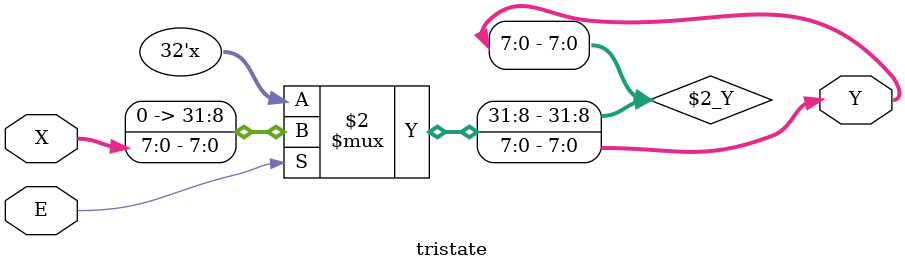
<source format=v>
module tristate #(parameter WIDTH = 8)( 
    input [WIDTH-1:0] X,
    input E,
    output [WIDTH-1:0] Y
  );

  assign Y = E ? X : 'bz;

endmodule

</source>
